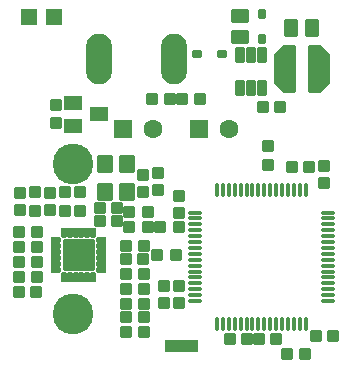
<source format=gbr>
G04 --- HEADER BEGIN --- *
G04 #@! TF.GenerationSoftware,LibrePCB,LibrePCB,1.0.1-unstable*
G04 #@! TF.CreationDate,2023-09-17T23:29:36*
G04 #@! TF.ProjectId,d0-reader,9220702f-a48e-4216-8865-87f6ea8ca353,v1*
G04 #@! TF.Part,Single*
G04 #@! TF.SameCoordinates*
G04 #@! TF.FileFunction,Soldermask,Bot*
G04 #@! TF.FilePolarity,Negative*
%FSLAX66Y66*%
%MOMM*%
G01*
G75*
G04 --- HEADER END --- *
G04 --- APERTURE LIST BEGIN --- *
%AMROUNDEDRECT10*20,1,0.95,-0.4,0.0,0.4,0.0,90.0*20,1,0.75,-0.5,0.0,0.5,0.0,90.0*1,1,0.2,-0.375,-0.4*1,1,0.2,-0.375,0.4*1,1,0.2,0.375,0.4*1,1,0.2,0.375,-0.4*%
%ADD10ROUNDEDRECT10*%
%AMROUNDEDRECT11*20,1,1.0,-0.425,0.0,0.425,0.0,0.0*20,1,0.8,-0.525,0.0,0.525,0.0,0.0*1,1,0.2,-0.425,0.4*1,1,0.2,0.425,0.4*1,1,0.2,0.425,-0.4*1,1,0.2,-0.425,-0.4*%
%ADD11ROUNDEDRECT11*%
%AMROUNDEDRECT12*20,1,0.95,-0.4,0.0,0.4,0.0,0.0*20,1,0.75,-0.5,0.0,0.5,0.0,0.0*1,1,0.2,-0.4,0.375*1,1,0.2,0.4,0.375*1,1,0.2,0.4,-0.375*1,1,0.2,-0.4,-0.375*%
%ADD12ROUNDEDRECT12*%
%AMROUNDEDRECT13*20,1,1.0,-0.425,0.0,0.425,0.0,90.0*20,1,0.8,-0.525,0.0,0.525,0.0,90.0*1,1,0.2,-0.4,-0.425*1,1,0.2,-0.4,0.425*1,1,0.2,0.4,0.425*1,1,0.2,0.4,-0.425*%
%ADD13ROUNDEDRECT13*%
%AMROUNDEDRECT14*20,1,1.6,-0.7,0.0,0.7,0.0,0.0*20,1,1.4,-0.8,0.0,0.8,0.0,0.0*1,1,0.2,-0.7,0.7*1,1,0.2,0.7,0.7*1,1,0.2,0.7,-0.7*1,1,0.2,-0.7,-0.7*%
%ADD14ROUNDEDRECT14*%
%ADD15C,1.6*%
%AMROUNDEDRECT16*20,1,1.2,-0.7,0.0,0.7,0.0,0.0*20,1,1.0,-0.8,0.0,0.8,0.0,0.0*1,1,0.2,-0.7,0.5*1,1,0.2,0.7,0.5*1,1,0.2,0.7,-0.5*1,1,0.2,-0.7,-0.5*%
%ADD16ROUNDEDRECT16*%
%AMOUTLINE17*4,1,14,-0.859327,-2.0305,-0.9,-1.95,-0.9,1.95,-0.8805,2.009327,-0.8,2.05,0.1,2.05,0.170711,2.020711,0.870711,1.320711,0.9,1.25,0.9,-1.25,0.870711,-1.320711,0.170711,-2.020711,0.1,-2.05,-0.8,-2.05,-0.859327,-2.0305,180.0*%
%ADD17OUTLINE17*%
%AMOUTLINE18*4,1,14,-0.859327,-2.0305,-0.9,-1.95,-0.9,1.95,-0.8805,2.009327,-0.8,2.05,0.1,2.05,0.170711,2.020711,0.870711,1.320711,0.9,1.25,0.9,-1.25,0.870711,-1.320711,0.170711,-2.020711,0.1,-2.05,-0.8,-2.05,-0.859327,-2.0305,0.0*%
%ADD18OUTLINE18*%
%AMROUNDEDRECT19*20,1,1.4,-0.6,0.0,0.6,0.0,0.0*20,1,1.2,-0.7,0.0,0.7,0.0,0.0*1,1,0.2,-0.6,0.6*1,1,0.2,0.6,0.6*1,1,0.2,0.6,-0.6*1,1,0.2,-0.6,-0.6*%
%ADD19ROUNDEDRECT19*%
%ADD20R,0.8X1.0*%
%ADD21C,0.01*%
%AMROUNDEDRECT22*20,1,0.65,-0.3,0.0,0.3,0.0,90.0*20,1,0.45,-0.4,0.0,0.4,0.0,90.0*1,1,0.2,-0.225,-0.3*1,1,0.2,-0.225,0.3*1,1,0.2,0.225,0.3*1,1,0.2,0.225,-0.3*%
%ADD22ROUNDEDRECT22*%
%AMROUNDEDRECT23*20,1,0.4,-0.45,0.0,0.45,0.0,0.0*20,1,0.1,-0.6,0.0,0.6,0.0,0.0*1,1,0.3,-0.45,0.05*1,1,0.3,0.45,0.05*1,1,0.3,0.45,-0.05*1,1,0.3,-0.45,-0.05*%
%ADD23ROUNDEDRECT23*%
%AMROUNDEDRECT24*20,1,0.4,-0.45,0.0,0.45,0.0,90.0*20,1,0.1,-0.6,0.0,0.6,0.0,90.0*1,1,0.3,-0.05,-0.45*1,1,0.3,-0.05,0.45*1,1,0.3,0.05,0.45*1,1,0.3,0.05,-0.45*%
%ADD24ROUNDEDRECT24*%
%AMROUNDEDRECT25*20,1,1.3,-0.65,0.0,0.65,0.0,90.0*20,1,1.1,-0.75,0.0,0.75,0.0,90.0*1,1,0.2,-0.55,-0.65*1,1,0.2,-0.55,0.65*1,1,0.2,0.55,0.65*1,1,0.2,0.55,-0.65*%
%ADD25ROUNDEDRECT25*%
%AMROUNDEDRECT26*20,1,1.15,-0.625,0.0,0.625,0.0,0.0*20,1,0.95,-0.725,0.0,0.725,0.0,0.0*1,1,0.2,-0.625,0.475*1,1,0.2,0.625,0.475*1,1,0.2,0.625,-0.475*1,1,0.2,-0.625,-0.475*%
%ADD26ROUNDEDRECT26*%
%AMROUNDEDRECT27*20,1,0.65,-0.3,0.0,0.3,0.0,0.0*20,1,0.45,-0.4,0.0,0.4,0.0,0.0*1,1,0.2,-0.3,0.225*1,1,0.2,0.3,0.225*1,1,0.2,0.3,-0.225*1,1,0.2,-0.3,-0.225*%
%ADD27ROUNDEDRECT27*%
%ADD28O,2.2X4.3*%
%ADD29C,3.45*%
%AMOUTLINE30*4,1,20,-0.230881,-0.236593,-0.300881,-0.217837,-0.345711,-0.191955,-0.396955,-0.140711,-0.422837,-0.095881,-0.441593,-0.025881,-0.441593,0.025881,-0.422837,0.095881,-0.396955,0.140711,-0.345711,0.191955,-0.300881,0.217837,-0.230881,0.236593,-0.205,0.24,0.345,0.24,0.404327,0.2205,0.445,0.14,0.445,-0.14,0.4255,-0.199327,0.345,-0.24,-0.205,-0.24,-0.230881,-0.236593,0.0*%
%ADD30OUTLINE30*%
%AMOUTLINE31*4,1,20,-0.230881,-0.236593,-0.300881,-0.217837,-0.345711,-0.191955,-0.396955,-0.140711,-0.422837,-0.095881,-0.441593,-0.025881,-0.441593,0.025881,-0.422837,0.095881,-0.396955,0.140711,-0.345711,0.191955,-0.300881,0.217837,-0.230881,0.236593,-0.205,0.24,0.345,0.24,0.404327,0.2205,0.445,0.14,0.445,-0.14,0.4255,-0.199327,0.345,-0.24,-0.205,-0.24,-0.230881,-0.236593,90.0*%
%ADD31OUTLINE31*%
%AMOUTLINE32*4,1,20,-0.230881,-0.236593,-0.300881,-0.217837,-0.345711,-0.191955,-0.396955,-0.140711,-0.422837,-0.095881,-0.441593,-0.025881,-0.441593,0.025881,-0.422837,0.095881,-0.396955,0.140711,-0.345711,0.191955,-0.300881,0.217837,-0.230881,0.236593,-0.205,0.24,0.345,0.24,0.404327,0.2205,0.445,0.14,0.445,-0.14,0.4255,-0.199327,0.345,-0.24,-0.205,-0.24,-0.230881,-0.236593,270.0*%
%ADD32OUTLINE32*%
%AMOUTLINE33*4,1,20,-0.230881,-0.236593,-0.300881,-0.217837,-0.345711,-0.191955,-0.396955,-0.140711,-0.422837,-0.095881,-0.441593,-0.025881,-0.441593,0.025881,-0.422837,0.095881,-0.396955,0.140711,-0.345711,0.191955,-0.300881,0.217837,-0.230881,0.236593,-0.205,0.24,0.345,0.24,0.404327,0.2205,0.445,0.14,0.445,-0.14,0.4255,-0.199327,0.345,-0.24,-0.205,-0.24,-0.230881,-0.236593,180.0*%
%ADD33OUTLINE33*%
%AMROUNDEDRECT34*20,1,2.7,-1.25,0.0,1.25,0.0,0.0*20,1,2.5,-1.35,0.0,1.35,0.0,0.0*1,1,0.2,-1.25,1.25*1,1,0.2,1.25,1.25*1,1,0.2,1.25,-1.25*1,1,0.2,-1.25,-1.25*%
%ADD34ROUNDEDRECT34*%
%AMROUNDEDRECT35*20,1,0.8,-0.55,0.0,0.55,0.0,90.0*20,1,0.6,-0.65,0.0,0.65,0.0,90.0*1,1,0.2,-0.3,-0.55*1,1,0.2,-0.3,0.55*1,1,0.2,0.3,0.55*1,1,0.2,0.3,-0.55*%
%ADD35ROUNDEDRECT35*%
%AMROUNDEDRECT36*20,1,1.15,-0.625,0.0,0.625,0.0,90.0*20,1,0.95,-0.725,0.0,0.725,0.0,90.0*1,1,0.2,-0.475,-0.625*1,1,0.2,-0.475,0.625*1,1,0.2,0.475,0.625*1,1,0.2,0.475,-0.625*%
%ADD36ROUNDEDRECT36*%
G04 --- APERTURE LIST END --- *
G04 --- BOARD BEGIN --- *
D10*
G04 #@! TO.C,R21*
X-2717500Y-15875000D03*
X-4267500Y-15875000D03*
D11*
G04 #@! TO.C,C14*
X-4990000Y-7778750D03*
X-6440000Y-7778750D03*
D12*
G04 #@! TO.C,R4*
X-11906250Y-5336875D03*
X-11906250Y-6886875D03*
D13*
G04 #@! TO.C,C8*
X-2778125Y-5328750D03*
X-2778125Y-3878750D03*
D14*
G04 #@! TO.C,T1*
X1980000Y0D03*
D15*
X4520000Y0D03*
D16*
G04 #@! TO.C,Q1*
X-8720000Y2220000D03*
X-6520000Y1270000D03*
X-8720000Y320000D03*
D10*
G04 #@! TO.C,R20*
X-2717500Y-14763750D03*
X-4267500Y-14763750D03*
G04 #@! TO.C,R11*
X-4267500Y-17145000D03*
X-2717500Y-17145000D03*
D17*
G04 #@! TO.C,L3*
X9186250Y5080000D03*
D18*
X12086250Y5080000D03*
D11*
G04 #@! TO.C,C7*
X8503750Y-17780000D03*
X7053750Y-17780000D03*
G04 #@! TO.C,C17*
X-13266250Y-13811250D03*
X-11816250Y-13811250D03*
D13*
G04 #@! TO.C,C9*
X-1508125Y-5170000D03*
X-1508125Y-3720000D03*
D19*
G04 #@! TO.C,LED2*
X-10350000Y9525000D03*
X-12450000Y9525000D03*
D12*
G04 #@! TO.C,R10*
X7778750Y-2997500D03*
X7778750Y-1447500D03*
D10*
G04 #@! TO.C,R23*
X-2400000Y-6985000D03*
X-3950000Y-6985000D03*
D12*
G04 #@! TO.C,L1*
X-9366250Y-6886875D03*
X-9366250Y-5336875D03*
D20*
G04 #@! TO.C,JP1*
X1476250Y-18335625D03*
X476250Y-18335625D03*
X-523750Y-18335625D03*
D21*
G36*
X1876250Y-17835625D02*
X-923750Y-17835625D01*
X-923750Y-18835625D01*
X1876250Y-18835625D01*
X1876250Y-17835625D01*
G37*
D22*
G04 #@! TO.C,D2*
X7302500Y7676250D03*
X7302500Y9786250D03*
D11*
G04 #@! TO.C,C2*
X6043125Y-17780000D03*
X4593125Y-17780000D03*
D23*
G04 #@! TO.C,U3*
X1573125Y-9545000D03*
D24*
X7973125Y-16445000D03*
D23*
X12873125Y-9045000D03*
X12873125Y-11045000D03*
X1573125Y-11045000D03*
X1573125Y-14045000D03*
D24*
X6973125Y-5145000D03*
X8973125Y-5145000D03*
X3473125Y-5145000D03*
X8973125Y-16445000D03*
D23*
X12873125Y-13545000D03*
X1573125Y-8045000D03*
X12873125Y-14545000D03*
X12873125Y-13045000D03*
D24*
X3473125Y-16445000D03*
D23*
X1573125Y-7545000D03*
X1573125Y-9045000D03*
D24*
X5973125Y-16445000D03*
D23*
X12873125Y-12045000D03*
X1573125Y-11545000D03*
X12873125Y-11545000D03*
X1573125Y-12545000D03*
X12873125Y-7045000D03*
D24*
X8473125Y-16445000D03*
X10473125Y-5145000D03*
X5473125Y-16445000D03*
X7473125Y-5145000D03*
D23*
X1573125Y-10545000D03*
D24*
X9973125Y-16445000D03*
D23*
X1573125Y-7045000D03*
D24*
X6473125Y-5145000D03*
D23*
X12873125Y-8045000D03*
X1573125Y-14545000D03*
D24*
X3973125Y-16445000D03*
X6973125Y-16445000D03*
X8473125Y-5145000D03*
X5473125Y-5145000D03*
D23*
X12873125Y-8545000D03*
D24*
X7973125Y-5145000D03*
D23*
X12873125Y-7545000D03*
X1573125Y-8545000D03*
X1573125Y-10045000D03*
D24*
X10473125Y-16445000D03*
X10973125Y-16445000D03*
X9473125Y-5145000D03*
X4473125Y-5145000D03*
X3973125Y-5145000D03*
X4473125Y-16445000D03*
X9473125Y-16445000D03*
D23*
X12873125Y-12545000D03*
D24*
X4973125Y-16445000D03*
X6473125Y-16445000D03*
D23*
X12873125Y-14045000D03*
D24*
X5973125Y-5145000D03*
D23*
X12873125Y-10545000D03*
D24*
X9973125Y-5145000D03*
D23*
X1573125Y-13545000D03*
X1573125Y-13045000D03*
X12873125Y-9545000D03*
X12873125Y-10045000D03*
X1573125Y-12045000D03*
D24*
X10973125Y-5145000D03*
X7473125Y-16445000D03*
X4973125Y-5145000D03*
D25*
G04 #@! TO.C,Y1*
X-4130000Y-5277500D03*
X-6030000Y-5277500D03*
X-6030000Y-2977500D03*
X-4130000Y-2977500D03*
D26*
G04 #@! TO.C,C15*
X5397500Y7856250D03*
X5397500Y9606250D03*
D13*
G04 #@! TO.C,C6*
X238125Y-14695000D03*
X238125Y-13245000D03*
D10*
G04 #@! TO.C,R15*
X-3950000Y-8255000D03*
X-2400000Y-8255000D03*
D13*
G04 #@! TO.C,C18*
X-10636250Y-5386875D03*
X-10636250Y-6836875D03*
D10*
G04 #@! TO.C,R1*
X-495000Y2540000D03*
X-2045000Y2540000D03*
G04 #@! TO.C,R2*
X495000Y2540000D03*
X2045000Y2540000D03*
G04 #@! TO.C,R9*
X9385000Y-19050000D03*
X10935000Y-19050000D03*
D13*
G04 #@! TO.C,C1*
X-1031875Y-14695000D03*
X-1031875Y-13245000D03*
D10*
G04 #@! TO.C,R24*
X-2717500Y-13493750D03*
X-4267500Y-13493750D03*
G04 #@! TO.C,R19*
X-1330625Y-8255000D03*
X219375Y-8255000D03*
D27*
G04 #@! TO.C,D1*
X3912500Y6350000D03*
X1802500Y6350000D03*
D12*
G04 #@! TO.C,R3*
X-10160000Y495000D03*
X-10160000Y2045000D03*
D14*
G04 #@! TO.C,LED1*
X-4520000Y0D03*
D15*
X-1980000Y0D03*
D28*
G04 #@! TO.C,J1*
X-6500000Y5940000D03*
X-200000Y5940000D03*
D29*
G04 #@! TD*
X-8720000Y-2965000D03*
X-8720000Y-15665000D03*
D11*
G04 #@! TO.C,C10*
X-4990000Y-6667500D03*
X-6440000Y-6667500D03*
G04 #@! TO.C,C4*
X9831875Y-3175000D03*
X11281875Y-3175000D03*
G04 #@! TO.C,C3*
X11816250Y-17462500D03*
X13266250Y-17462500D03*
D30*
G04 #@! TO.C,U1*
X-6372500Y-11886250D03*
D31*
X-9005000Y-8753750D03*
X-7005000Y-8753750D03*
D32*
X-9005000Y-12519250D03*
X-7005000Y-12519250D03*
D33*
X-10138000Y-11886250D03*
X-10138000Y-10386250D03*
D31*
X-7505000Y-8753750D03*
D33*
X-10138000Y-9386250D03*
D32*
X-9505000Y-12519250D03*
X-8505000Y-12519250D03*
D30*
X-6372500Y-10386250D03*
X-6372500Y-9386250D03*
D33*
X-10138000Y-11386250D03*
D32*
X-8005000Y-12519250D03*
D31*
X-9505000Y-8753750D03*
D33*
X-10138000Y-10886250D03*
D31*
X-8005000Y-8753750D03*
X-8505000Y-8753750D03*
D32*
X-7505000Y-12519250D03*
D33*
X-10138000Y-9886250D03*
D34*
X-8255000Y-10636250D03*
D30*
X-6372500Y-10886250D03*
X-6372500Y-9886250D03*
X-6372500Y-11386250D03*
D10*
G04 #@! TO.C,R6*
X-13316250Y-12541250D03*
X-11766250Y-12541250D03*
G04 #@! TO.C,R22*
X-4267500Y-9842500D03*
X-2717500Y-9842500D03*
G04 #@! TO.C,R14*
X-1568750Y-10636250D03*
X-18750Y-10636250D03*
D35*
G04 #@! TO.C,U2*
X6350000Y6321250D03*
X6350000Y3521250D03*
X7300000Y6321250D03*
X7300000Y3521250D03*
X5400000Y3521250D03*
X5400000Y6321250D03*
D13*
G04 #@! TO.C,C5*
X238125Y-7075000D03*
X238125Y-5625000D03*
G04 #@! TO.C,C19*
X-13176250Y-5386875D03*
X-13176250Y-6836875D03*
D12*
G04 #@! TO.C,R25*
X-8096250Y-5336875D03*
X-8096250Y-6886875D03*
D10*
G04 #@! TO.C,R8*
X-13316250Y-10001250D03*
X-11766250Y-10001250D03*
D11*
G04 #@! TO.C,C12*
X8821250Y1905000D03*
X7371250Y1905000D03*
G04 #@! TO.C,C13*
X-2767500Y-10953750D03*
X-4217500Y-10953750D03*
D10*
G04 #@! TO.C,R7*
X-13316250Y-8731250D03*
X-11766250Y-8731250D03*
D36*
G04 #@! TO.C,C27*
X11511250Y8572500D03*
X9761250Y8572500D03*
D10*
G04 #@! TO.C,R18*
X-4267500Y-12223750D03*
X-2717500Y-12223750D03*
G04 #@! TO.C,R5*
X-13316250Y-11271250D03*
X-11766250Y-11271250D03*
D13*
G04 #@! TO.C,C11*
X12541250Y-3085000D03*
X12541250Y-4535000D03*
G04 --- BOARD END --- *
G04 #@! TF.MD5,726cbd73358e46a3cfc13c61c748a947*
M02*

</source>
